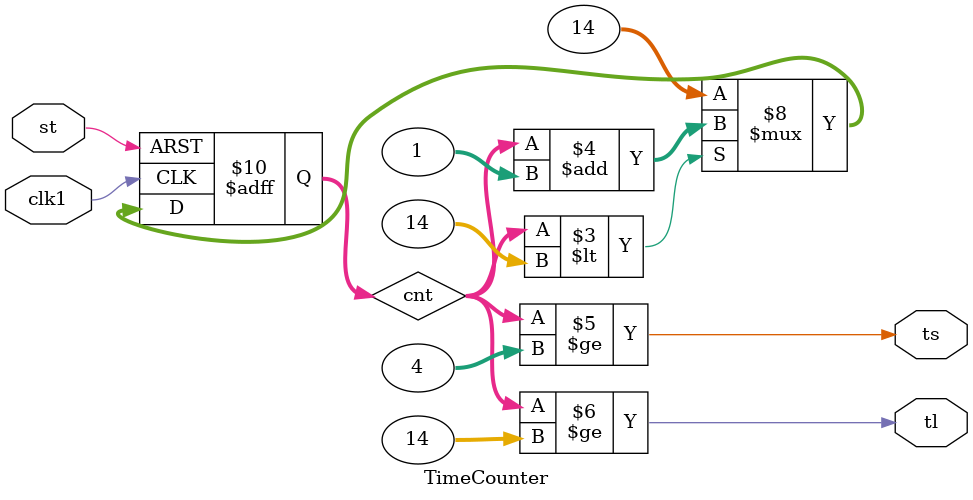
<source format=sv>
module TimeCounter(
    input logic st,
    input logic clk1,
    output logic ts,
    output logic tl
    );
    integer cnt;
    parameter TS = 5, TL = 15;
    always_ff @ (posedge st, posedge clk1)
        if (st == 1) cnt <= 0;
        else if (cnt < TL-1) cnt <= cnt+1;
            else cnt <= TL-1;
    assign ts = (cnt >= TS-1); //tsºÍtlÔÚµ½Ê±¼äÖ®ºóÒªÒ»Ö±±£³ÖÎªtrue£¬ËùÒÔ²»²ÉÓÃÊ±ÐòÉè¼Æ
    assign tl = (cnt >= TL-1);
endmodule

</source>
